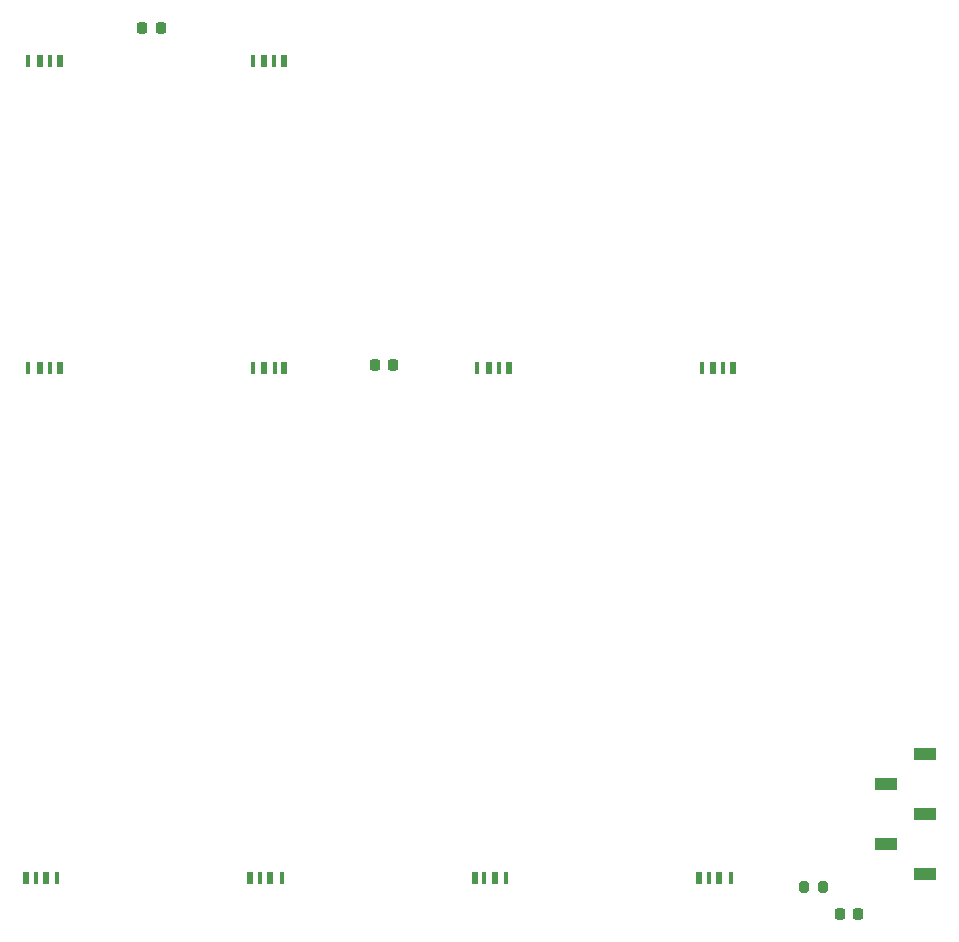
<source format=gbr>
%TF.GenerationSoftware,KiCad,Pcbnew,7.0.2*%
%TF.CreationDate,2023-07-16T23:24:56-06:00*%
%TF.ProjectId,dc31-front,64633331-2d66-4726-9f6e-742e6b696361,rev?*%
%TF.SameCoordinates,Original*%
%TF.FileFunction,Paste,Bot*%
%TF.FilePolarity,Positive*%
%FSLAX46Y46*%
G04 Gerber Fmt 4.6, Leading zero omitted, Abs format (unit mm)*
G04 Created by KiCad (PCBNEW 7.0.2) date 2023-07-16 23:24:56*
%MOMM*%
%LPD*%
G01*
G04 APERTURE LIST*
G04 Aperture macros list*
%AMRoundRect*
0 Rectangle with rounded corners*
0 $1 Rounding radius*
0 $2 $3 $4 $5 $6 $7 $8 $9 X,Y pos of 4 corners*
0 Add a 4 corners polygon primitive as box body*
4,1,4,$2,$3,$4,$5,$6,$7,$8,$9,$2,$3,0*
0 Add four circle primitives for the rounded corners*
1,1,$1+$1,$2,$3*
1,1,$1+$1,$4,$5*
1,1,$1+$1,$6,$7*
1,1,$1+$1,$8,$9*
0 Add four rect primitives between the rounded corners*
20,1,$1+$1,$2,$3,$4,$5,0*
20,1,$1+$1,$4,$5,$6,$7,0*
20,1,$1+$1,$6,$7,$8,$9,0*
20,1,$1+$1,$8,$9,$2,$3,0*%
G04 Aperture macros list end*
%ADD10R,1.900000X1.000000*%
%ADD11RoundRect,0.225000X0.225000X0.250000X-0.225000X0.250000X-0.225000X-0.250000X0.225000X-0.250000X0*%
%ADD12RoundRect,0.225000X-0.225000X-0.250000X0.225000X-0.250000X0.225000X0.250000X-0.225000X0.250000X0*%
%ADD13R,0.500000X1.000000*%
%ADD14R,0.350000X1.000000*%
%ADD15R,0.600000X1.000000*%
%ADD16R,0.450000X1.000000*%
%ADD17RoundRect,0.200000X-0.200000X-0.275000X0.200000X-0.275000X0.200000X0.275000X-0.200000X0.275000X0*%
G04 APERTURE END LIST*
D10*
%TO.C,J101*%
X198680000Y-139700000D03*
X195380000Y-142240000D03*
X198680000Y-144780000D03*
X195380000Y-147320000D03*
X198680000Y-149860000D03*
%TD*%
D11*
%TO.C,C103*%
X133985000Y-78240000D03*
X132435000Y-78240000D03*
%TD*%
%TO.C,C102*%
X153645000Y-106730000D03*
X152095000Y-106730000D03*
%TD*%
D12*
%TO.C,C101*%
X193065000Y-153225000D03*
X191515000Y-153225000D03*
%TD*%
D13*
%TO.C,D110*%
X144440000Y-81020000D03*
D14*
X143615000Y-81020000D03*
D15*
X142740000Y-81020000D03*
D16*
X141765000Y-81020000D03*
%TD*%
%TO.C,D109*%
X122775000Y-81050000D03*
D15*
X123750000Y-81050000D03*
D14*
X124625000Y-81050000D03*
D13*
X125450000Y-81050000D03*
%TD*%
D16*
%TO.C,D108*%
X179785000Y-107030000D03*
D15*
X180760000Y-107030000D03*
D14*
X181635000Y-107030000D03*
D13*
X182460000Y-107030000D03*
%TD*%
D16*
%TO.C,D107*%
X160785000Y-107030000D03*
D15*
X161760000Y-107030000D03*
D14*
X162635000Y-107030000D03*
D13*
X163460000Y-107030000D03*
%TD*%
D16*
%TO.C,D106*%
X141785000Y-107030000D03*
D15*
X142760000Y-107030000D03*
D14*
X143635000Y-107030000D03*
D13*
X144460000Y-107030000D03*
%TD*%
%TO.C,D105*%
X125460000Y-107030000D03*
D14*
X124635000Y-107030000D03*
D15*
X123760000Y-107030000D03*
D16*
X122785000Y-107030000D03*
%TD*%
D13*
%TO.C,D104*%
X122570000Y-150160000D03*
D14*
X123395000Y-150160000D03*
D15*
X124270000Y-150160000D03*
D16*
X125245000Y-150160000D03*
%TD*%
%TO.C,D103*%
X144245000Y-150160000D03*
D15*
X143270000Y-150160000D03*
D14*
X142395000Y-150160000D03*
D13*
X141570000Y-150160000D03*
%TD*%
D16*
%TO.C,D102*%
X163245000Y-150160000D03*
D15*
X162270000Y-150160000D03*
D14*
X161395000Y-150160000D03*
D13*
X160570000Y-150160000D03*
%TD*%
D16*
%TO.C,D101*%
X182245000Y-150160000D03*
D15*
X181270000Y-150160000D03*
D14*
X180395000Y-150160000D03*
D13*
X179570000Y-150160000D03*
%TD*%
D17*
%TO.C,R101*%
X190085000Y-150950000D03*
X188435000Y-150950000D03*
%TD*%
M02*

</source>
